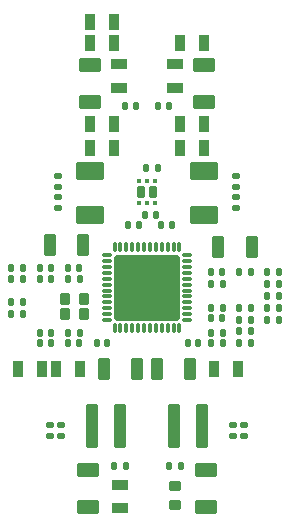
<source format=gtp>
G04*
G04 #@! TF.GenerationSoftware,Altium Limited,Altium Designer,21.2.1 (34)*
G04*
G04 Layer_Color=8421504*
%FSTAX24Y24*%
%MOIN*%
G70*
G04*
G04 #@! TF.SameCoordinates,7A998B52-B5E4-4745-A7E4-E824AC8E6B76*
G04*
G04*
G04 #@! TF.FilePolarity,Positive*
G04*
G01*
G75*
G04:AMPARAMS|DCode=14|XSize=41.3mil|YSize=70.9mil|CornerRadius=4.1mil|HoleSize=0mil|Usage=FLASHONLY|Rotation=0.000|XOffset=0mil|YOffset=0mil|HoleType=Round|Shape=RoundedRectangle|*
%AMROUNDEDRECTD14*
21,1,0.0413,0.0626,0,0,0.0*
21,1,0.0331,0.0709,0,0,0.0*
1,1,0.0083,0.0165,-0.0313*
1,1,0.0083,-0.0165,-0.0313*
1,1,0.0083,-0.0165,0.0313*
1,1,0.0083,0.0165,0.0313*
%
%ADD14ROUNDEDRECTD14*%
G04:AMPARAMS|DCode=15|XSize=37.4mil|YSize=31.5mil|CornerRadius=3.2mil|HoleSize=0mil|Usage=FLASHONLY|Rotation=0.000|XOffset=0mil|YOffset=0mil|HoleType=Round|Shape=RoundedRectangle|*
%AMROUNDEDRECTD15*
21,1,0.0374,0.0252,0,0,0.0*
21,1,0.0311,0.0315,0,0,0.0*
1,1,0.0063,0.0156,-0.0126*
1,1,0.0063,-0.0156,-0.0126*
1,1,0.0063,-0.0156,0.0126*
1,1,0.0063,0.0156,0.0126*
%
%ADD15ROUNDEDRECTD15*%
G04:AMPARAMS|DCode=16|XSize=55.1mil|YSize=35.4mil|CornerRadius=3.5mil|HoleSize=0mil|Usage=FLASHONLY|Rotation=90.000|XOffset=0mil|YOffset=0mil|HoleType=Round|Shape=RoundedRectangle|*
%AMROUNDEDRECTD16*
21,1,0.0551,0.0283,0,0,90.0*
21,1,0.0480,0.0354,0,0,90.0*
1,1,0.0071,0.0142,0.0240*
1,1,0.0071,0.0142,-0.0240*
1,1,0.0071,-0.0142,-0.0240*
1,1,0.0071,-0.0142,0.0240*
%
%ADD16ROUNDEDRECTD16*%
G04:AMPARAMS|DCode=17|XSize=23.6mil|YSize=19.7mil|CornerRadius=3mil|HoleSize=0mil|Usage=FLASHONLY|Rotation=0.000|XOffset=0mil|YOffset=0mil|HoleType=Round|Shape=RoundedRectangle|*
%AMROUNDEDRECTD17*
21,1,0.0236,0.0138,0,0,0.0*
21,1,0.0177,0.0197,0,0,0.0*
1,1,0.0059,0.0089,-0.0069*
1,1,0.0059,-0.0089,-0.0069*
1,1,0.0059,-0.0089,0.0069*
1,1,0.0059,0.0089,0.0069*
%
%ADD17ROUNDEDRECTD17*%
G04:AMPARAMS|DCode=18|XSize=70.9mil|YSize=45.3mil|CornerRadius=4.5mil|HoleSize=0mil|Usage=FLASHONLY|Rotation=0.000|XOffset=0mil|YOffset=0mil|HoleType=Round|Shape=RoundedRectangle|*
%AMROUNDEDRECTD18*
21,1,0.0709,0.0362,0,0,0.0*
21,1,0.0618,0.0453,0,0,0.0*
1,1,0.0091,0.0309,-0.0181*
1,1,0.0091,-0.0309,-0.0181*
1,1,0.0091,-0.0309,0.0181*
1,1,0.0091,0.0309,0.0181*
%
%ADD18ROUNDEDRECTD18*%
G04:AMPARAMS|DCode=19|XSize=94.5mil|YSize=59.1mil|CornerRadius=5.9mil|HoleSize=0mil|Usage=FLASHONLY|Rotation=180.000|XOffset=0mil|YOffset=0mil|HoleType=Round|Shape=RoundedRectangle|*
%AMROUNDEDRECTD19*
21,1,0.0945,0.0472,0,0,180.0*
21,1,0.0827,0.0591,0,0,180.0*
1,1,0.0118,-0.0413,0.0236*
1,1,0.0118,0.0413,0.0236*
1,1,0.0118,0.0413,-0.0236*
1,1,0.0118,-0.0413,-0.0236*
%
%ADD19ROUNDEDRECTD19*%
G04:AMPARAMS|DCode=20|XSize=38.6mil|YSize=145.7mil|CornerRadius=3.9mil|HoleSize=0mil|Usage=FLASHONLY|Rotation=0.000|XOffset=0mil|YOffset=0mil|HoleType=Round|Shape=RoundedRectangle|*
%AMROUNDEDRECTD20*
21,1,0.0386,0.1380,0,0,0.0*
21,1,0.0309,0.1457,0,0,0.0*
1,1,0.0077,0.0154,-0.0690*
1,1,0.0077,-0.0154,-0.0690*
1,1,0.0077,-0.0154,0.0690*
1,1,0.0077,0.0154,0.0690*
%
%ADD20ROUNDEDRECTD20*%
G04:AMPARAMS|DCode=21|XSize=11.8mil|YSize=12.8mil|CornerRadius=1.2mil|HoleSize=0mil|Usage=FLASHONLY|Rotation=180.000|XOffset=0mil|YOffset=0mil|HoleType=Round|Shape=RoundedRectangle|*
%AMROUNDEDRECTD21*
21,1,0.0118,0.0104,0,0,180.0*
21,1,0.0094,0.0128,0,0,180.0*
1,1,0.0024,-0.0047,0.0052*
1,1,0.0024,0.0047,0.0052*
1,1,0.0024,0.0047,-0.0052*
1,1,0.0024,-0.0047,-0.0052*
%
%ADD21ROUNDEDRECTD21*%
G04:AMPARAMS|DCode=22|XSize=24.1mil|YSize=37.4mil|CornerRadius=2.4mil|HoleSize=0mil|Usage=FLASHONLY|Rotation=180.000|XOffset=0mil|YOffset=0mil|HoleType=Round|Shape=RoundedRectangle|*
%AMROUNDEDRECTD22*
21,1,0.0241,0.0326,0,0,180.0*
21,1,0.0193,0.0374,0,0,180.0*
1,1,0.0048,-0.0097,0.0163*
1,1,0.0048,0.0097,0.0163*
1,1,0.0048,0.0097,-0.0163*
1,1,0.0048,-0.0097,-0.0163*
%
%ADD22ROUNDEDRECTD22*%
G04:AMPARAMS|DCode=23|XSize=23.6mil|YSize=19.7mil|CornerRadius=2mil|HoleSize=0mil|Usage=FLASHONLY|Rotation=270.000|XOffset=0mil|YOffset=0mil|HoleType=Round|Shape=RoundedRectangle|*
%AMROUNDEDRECTD23*
21,1,0.0236,0.0157,0,0,270.0*
21,1,0.0197,0.0197,0,0,270.0*
1,1,0.0039,-0.0079,-0.0098*
1,1,0.0039,-0.0079,0.0098*
1,1,0.0039,0.0079,0.0098*
1,1,0.0039,0.0079,-0.0098*
%
%ADD23ROUNDEDRECTD23*%
G04:AMPARAMS|DCode=24|XSize=220.5mil|YSize=220.5mil|CornerRadius=11mil|HoleSize=0mil|Usage=FLASHONLY|Rotation=90.000|XOffset=0mil|YOffset=0mil|HoleType=Round|Shape=RoundedRectangle|*
%AMROUNDEDRECTD24*
21,1,0.2205,0.1984,0,0,90.0*
21,1,0.1984,0.2205,0,0,90.0*
1,1,0.0220,0.0992,0.0992*
1,1,0.0220,0.0992,-0.0992*
1,1,0.0220,-0.0992,-0.0992*
1,1,0.0220,-0.0992,0.0992*
%
%ADD24ROUNDEDRECTD24*%
G04:AMPARAMS|DCode=25|XSize=11.8mil|YSize=31.5mil|CornerRadius=3mil|HoleSize=0mil|Usage=FLASHONLY|Rotation=90.000|XOffset=0mil|YOffset=0mil|HoleType=Round|Shape=RoundedRectangle|*
%AMROUNDEDRECTD25*
21,1,0.0118,0.0256,0,0,90.0*
21,1,0.0059,0.0315,0,0,90.0*
1,1,0.0059,0.0128,0.0030*
1,1,0.0059,0.0128,-0.0030*
1,1,0.0059,-0.0128,-0.0030*
1,1,0.0059,-0.0128,0.0030*
%
%ADD25ROUNDEDRECTD25*%
G04:AMPARAMS|DCode=26|XSize=11.8mil|YSize=31.5mil|CornerRadius=3mil|HoleSize=0mil|Usage=FLASHONLY|Rotation=180.000|XOffset=0mil|YOffset=0mil|HoleType=Round|Shape=RoundedRectangle|*
%AMROUNDEDRECTD26*
21,1,0.0118,0.0256,0,0,180.0*
21,1,0.0059,0.0315,0,0,180.0*
1,1,0.0059,-0.0030,0.0128*
1,1,0.0059,0.0030,0.0128*
1,1,0.0059,0.0030,-0.0128*
1,1,0.0059,-0.0030,-0.0128*
%
%ADD26ROUNDEDRECTD26*%
G04:AMPARAMS|DCode=27|XSize=55.1mil|YSize=35.4mil|CornerRadius=3.5mil|HoleSize=0mil|Usage=FLASHONLY|Rotation=180.000|XOffset=0mil|YOffset=0mil|HoleType=Round|Shape=RoundedRectangle|*
%AMROUNDEDRECTD27*
21,1,0.0551,0.0283,0,0,180.0*
21,1,0.0480,0.0354,0,0,180.0*
1,1,0.0071,-0.0240,0.0142*
1,1,0.0071,0.0240,0.0142*
1,1,0.0071,0.0240,-0.0142*
1,1,0.0071,-0.0240,-0.0142*
%
%ADD27ROUNDEDRECTD27*%
G04:AMPARAMS|DCode=28|XSize=23.6mil|YSize=19.7mil|CornerRadius=2mil|HoleSize=0mil|Usage=FLASHONLY|Rotation=180.000|XOffset=0mil|YOffset=0mil|HoleType=Round|Shape=RoundedRectangle|*
%AMROUNDEDRECTD28*
21,1,0.0236,0.0157,0,0,180.0*
21,1,0.0197,0.0197,0,0,180.0*
1,1,0.0039,-0.0098,0.0079*
1,1,0.0039,0.0098,0.0079*
1,1,0.0039,0.0098,-0.0079*
1,1,0.0039,-0.0098,-0.0079*
%
%ADD28ROUNDEDRECTD28*%
G04:AMPARAMS|DCode=29|XSize=23.6mil|YSize=19.7mil|CornerRadius=3mil|HoleSize=0mil|Usage=FLASHONLY|Rotation=270.000|XOffset=0mil|YOffset=0mil|HoleType=Round|Shape=RoundedRectangle|*
%AMROUNDEDRECTD29*
21,1,0.0236,0.0138,0,0,270.0*
21,1,0.0177,0.0197,0,0,270.0*
1,1,0.0059,-0.0069,-0.0089*
1,1,0.0059,-0.0069,0.0089*
1,1,0.0059,0.0069,0.0089*
1,1,0.0059,0.0069,-0.0089*
%
%ADD29ROUNDEDRECTD29*%
G04:AMPARAMS|DCode=30|XSize=37.4mil|YSize=31.5mil|CornerRadius=3.2mil|HoleSize=0mil|Usage=FLASHONLY|Rotation=270.000|XOffset=0mil|YOffset=0mil|HoleType=Round|Shape=RoundedRectangle|*
%AMROUNDEDRECTD30*
21,1,0.0374,0.0252,0,0,270.0*
21,1,0.0311,0.0315,0,0,270.0*
1,1,0.0063,-0.0126,-0.0156*
1,1,0.0063,-0.0126,0.0156*
1,1,0.0063,0.0126,0.0156*
1,1,0.0063,0.0126,-0.0156*
%
%ADD30ROUNDEDRECTD30*%
D14*
X254762Y260278D02*
D03*
X253659D02*
D03*
X256514D02*
D03*
X255411D02*
D03*
X258571Y264333D02*
D03*
X257468D02*
D03*
X251858Y264412D02*
D03*
X25296D02*
D03*
D15*
X256031Y255751D02*
D03*
Y256381D02*
D03*
D16*
X257331Y260278D02*
D03*
X258118D02*
D03*
X251573D02*
D03*
X250785D02*
D03*
X252055D02*
D03*
X252842D02*
D03*
X25697Y268448D02*
D03*
X256183D02*
D03*
X256976Y26766D02*
D03*
X256189D02*
D03*
X256976Y271135D02*
D03*
X256189D02*
D03*
X253197D02*
D03*
X253984D02*
D03*
X253197Y271853D02*
D03*
X253984D02*
D03*
X253197Y268448D02*
D03*
X253984D02*
D03*
X253197Y26766D02*
D03*
X253984D02*
D03*
D17*
X25796Y258054D02*
D03*
Y258408D02*
D03*
X252212D02*
D03*
Y258054D02*
D03*
X258059Y266715D02*
D03*
Y266361D02*
D03*
X252114Y266715D02*
D03*
Y266361D02*
D03*
D18*
X257055Y25567D02*
D03*
Y25691D02*
D03*
X253118D02*
D03*
Y25567D02*
D03*
X256976Y269186D02*
D03*
Y270426D02*
D03*
X253197Y269186D02*
D03*
Y270426D02*
D03*
D19*
X256976Y266873D02*
D03*
Y265416D02*
D03*
X253197D02*
D03*
Y266873D02*
D03*
D20*
X255998Y258389D02*
D03*
X256931D02*
D03*
X253242D02*
D03*
X254175D02*
D03*
D21*
X254831Y265825D02*
D03*
X255086D02*
D03*
X255342D02*
D03*
X254831Y266543D02*
D03*
X255086D02*
D03*
X255342D02*
D03*
D22*
X254903Y266184D02*
D03*
X25527D02*
D03*
D23*
X258157Y261932D02*
D03*
X258551D02*
D03*
X255834Y25705D02*
D03*
X256228D02*
D03*
X257212Y262326D02*
D03*
X257606D02*
D03*
X252842Y261499D02*
D03*
X252449D02*
D03*
X259102Y263113D02*
D03*
X259496D02*
D03*
X251897Y261145D02*
D03*
X251504D02*
D03*
X259496Y262719D02*
D03*
X259102D02*
D03*
X254378Y25705D02*
D03*
X253984D02*
D03*
X255441Y269058D02*
D03*
X255835D02*
D03*
X254732D02*
D03*
X254338D02*
D03*
X258551Y261538D02*
D03*
X258157D02*
D03*
X255047Y266984D02*
D03*
X255441D02*
D03*
X258157Y263507D02*
D03*
X258551D02*
D03*
X255008Y265416D02*
D03*
X255401D02*
D03*
X257212Y261145D02*
D03*
X257606D02*
D03*
X259102Y261932D02*
D03*
X259496D02*
D03*
X251504Y263664D02*
D03*
X251897D02*
D03*
X258157Y262326D02*
D03*
X258551D02*
D03*
X257212Y261499D02*
D03*
X257606D02*
D03*
X251897D02*
D03*
X251504D02*
D03*
X259102Y263507D02*
D03*
X259496D02*
D03*
X257212Y263113D02*
D03*
X257606D02*
D03*
X259102Y262326D02*
D03*
X259496D02*
D03*
X251897Y26327D02*
D03*
X251504D02*
D03*
X252842D02*
D03*
X252449D02*
D03*
X250565Y262522D02*
D03*
X250958D02*
D03*
X258551Y261145D02*
D03*
X258157D02*
D03*
X250559Y262129D02*
D03*
X250953D02*
D03*
X250559Y263664D02*
D03*
X250953D02*
D03*
X250559Y26327D02*
D03*
X250953D02*
D03*
D24*
X255086Y262995D02*
D03*
D25*
X253748Y261912D02*
D03*
Y262109D02*
D03*
Y262306D02*
D03*
Y262503D02*
D03*
Y2627D02*
D03*
Y262896D02*
D03*
Y263093D02*
D03*
Y26329D02*
D03*
Y263487D02*
D03*
Y263684D02*
D03*
Y263881D02*
D03*
Y264078D02*
D03*
X256425D02*
D03*
Y263881D02*
D03*
Y263684D02*
D03*
Y263487D02*
D03*
Y26329D02*
D03*
Y263093D02*
D03*
Y262896D02*
D03*
Y2627D02*
D03*
Y262503D02*
D03*
Y262306D02*
D03*
Y262109D02*
D03*
Y261912D02*
D03*
D26*
X254004Y264333D02*
D03*
X254201D02*
D03*
X254397D02*
D03*
X254594D02*
D03*
X254791D02*
D03*
X254988D02*
D03*
X255185D02*
D03*
X255382D02*
D03*
X255579D02*
D03*
X255775D02*
D03*
X255972D02*
D03*
X256169D02*
D03*
Y261656D02*
D03*
X255972D02*
D03*
X255775D02*
D03*
X255579D02*
D03*
X255382D02*
D03*
X255185D02*
D03*
X254988D02*
D03*
X254791D02*
D03*
X254594D02*
D03*
X254397D02*
D03*
X254201D02*
D03*
X254004D02*
D03*
D27*
X254161Y269648D02*
D03*
Y270436D02*
D03*
X254181Y255633D02*
D03*
Y25642D02*
D03*
X256012Y270436D02*
D03*
Y269648D02*
D03*
D28*
X258315Y258034D02*
D03*
Y258428D02*
D03*
X251858Y258034D02*
D03*
Y258428D02*
D03*
X258059Y265633D02*
D03*
Y266026D02*
D03*
X252114Y266026D02*
D03*
Y265633D02*
D03*
D29*
X257586Y261971D02*
D03*
X257232D02*
D03*
X252468Y261145D02*
D03*
X252823D02*
D03*
X257586Y263507D02*
D03*
X257232D02*
D03*
X252468Y263664D02*
D03*
X252823D02*
D03*
X256799Y261145D02*
D03*
X256445D02*
D03*
X253413D02*
D03*
X253768D02*
D03*
X255913Y265082D02*
D03*
X255559D02*
D03*
X254457D02*
D03*
X254811D02*
D03*
D30*
X25298Y262601D02*
D03*
X25235D02*
D03*
X25298Y262129D02*
D03*
X25235D02*
D03*
M02*

</source>
